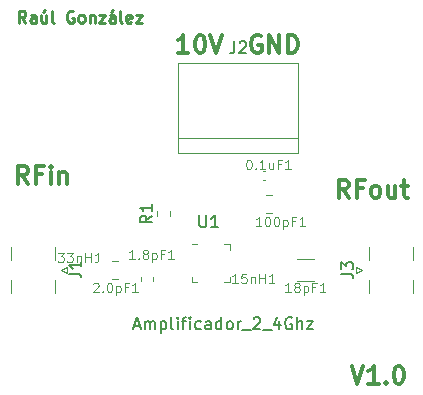
<source format=gto>
%TF.GenerationSoftware,KiCad,Pcbnew,(5.1.9)-1*%
%TF.CreationDate,2021-06-07T18:16:05+02:00*%
%TF.ProjectId,AmplificadorV1,416d706c-6966-4696-9361-646f7256312e,rev?*%
%TF.SameCoordinates,Original*%
%TF.FileFunction,Legend,Top*%
%TF.FilePolarity,Positive*%
%FSLAX46Y46*%
G04 Gerber Fmt 4.6, Leading zero omitted, Abs format (unit mm)*
G04 Created by KiCad (PCBNEW (5.1.9)-1) date 2021-06-07 18:16:05*
%MOMM*%
%LPD*%
G01*
G04 APERTURE LIST*
%ADD10C,0.300000*%
%ADD11C,0.250000*%
%ADD12C,0.120000*%
%ADD13C,0.150000*%
%ADD14C,0.125000*%
%ADD15R,3.600000X1.270000*%
%ADD16R,4.200000X1.350000*%
%ADD17C,3.200000*%
%ADD18R,1.750000X1.750000*%
%ADD19C,3.000000*%
%ADD20R,3.000000X3.000000*%
G04 APERTURE END LIST*
D10*
X163957142Y-81800000D02*
X163814285Y-81728571D01*
X163600000Y-81728571D01*
X163385714Y-81800000D01*
X163242857Y-81942857D01*
X163171428Y-82085714D01*
X163100000Y-82371428D01*
X163100000Y-82585714D01*
X163171428Y-82871428D01*
X163242857Y-83014285D01*
X163385714Y-83157142D01*
X163600000Y-83228571D01*
X163742857Y-83228571D01*
X163957142Y-83157142D01*
X164028571Y-83085714D01*
X164028571Y-82585714D01*
X163742857Y-82585714D01*
X164671428Y-83228571D02*
X164671428Y-81728571D01*
X165528571Y-83228571D01*
X165528571Y-81728571D01*
X166242857Y-83228571D02*
X166242857Y-81728571D01*
X166600000Y-81728571D01*
X166814285Y-81800000D01*
X166957142Y-81942857D01*
X167028571Y-82085714D01*
X167100000Y-82371428D01*
X167100000Y-82585714D01*
X167028571Y-82871428D01*
X166957142Y-83014285D01*
X166814285Y-83157142D01*
X166600000Y-83228571D01*
X166242857Y-83228571D01*
X157821428Y-83228571D02*
X156964285Y-83228571D01*
X157392857Y-83228571D02*
X157392857Y-81728571D01*
X157250000Y-81942857D01*
X157107142Y-82085714D01*
X156964285Y-82157142D01*
X158750000Y-81728571D02*
X158892857Y-81728571D01*
X159035714Y-81800000D01*
X159107142Y-81871428D01*
X159178571Y-82014285D01*
X159250000Y-82300000D01*
X159250000Y-82657142D01*
X159178571Y-82942857D01*
X159107142Y-83085714D01*
X159035714Y-83157142D01*
X158892857Y-83228571D01*
X158750000Y-83228571D01*
X158607142Y-83157142D01*
X158535714Y-83085714D01*
X158464285Y-82942857D01*
X158392857Y-82657142D01*
X158392857Y-82300000D01*
X158464285Y-82014285D01*
X158535714Y-81871428D01*
X158607142Y-81800000D01*
X158750000Y-81728571D01*
X159678571Y-81728571D02*
X160178571Y-83228571D01*
X160678571Y-81728571D01*
X171633165Y-109744771D02*
X172133165Y-111244771D01*
X172633165Y-109744771D01*
X173918880Y-111244771D02*
X173061737Y-111244771D01*
X173490308Y-111244771D02*
X173490308Y-109744771D01*
X173347451Y-109959057D01*
X173204594Y-110101914D01*
X173061737Y-110173342D01*
X174561737Y-111101914D02*
X174633165Y-111173342D01*
X174561737Y-111244771D01*
X174490308Y-111173342D01*
X174561737Y-111101914D01*
X174561737Y-111244771D01*
X175561737Y-109744771D02*
X175704594Y-109744771D01*
X175847451Y-109816200D01*
X175918880Y-109887628D01*
X175990308Y-110030485D01*
X176061737Y-110316200D01*
X176061737Y-110673342D01*
X175990308Y-110959057D01*
X175918880Y-111101914D01*
X175847451Y-111173342D01*
X175704594Y-111244771D01*
X175561737Y-111244771D01*
X175418880Y-111173342D01*
X175347451Y-111101914D01*
X175276022Y-110959057D01*
X175204594Y-110673342D01*
X175204594Y-110316200D01*
X175276022Y-110030485D01*
X175347451Y-109887628D01*
X175418880Y-109816200D01*
X175561737Y-109744771D01*
D11*
X144020161Y-80670660D02*
X143686828Y-80194470D01*
X143448733Y-80670660D02*
X143448733Y-79670660D01*
X143829685Y-79670660D01*
X143924923Y-79718280D01*
X143972542Y-79765899D01*
X144020161Y-79861137D01*
X144020161Y-80003994D01*
X143972542Y-80099232D01*
X143924923Y-80146851D01*
X143829685Y-80194470D01*
X143448733Y-80194470D01*
X144877304Y-80670660D02*
X144877304Y-80146851D01*
X144829685Y-80051613D01*
X144734447Y-80003994D01*
X144543971Y-80003994D01*
X144448733Y-80051613D01*
X144877304Y-80623041D02*
X144782066Y-80670660D01*
X144543971Y-80670660D01*
X144448733Y-80623041D01*
X144401114Y-80527803D01*
X144401114Y-80432565D01*
X144448733Y-80337327D01*
X144543971Y-80289708D01*
X144782066Y-80289708D01*
X144877304Y-80242089D01*
X145782066Y-80003994D02*
X145782066Y-80670660D01*
X145353495Y-80003994D02*
X145353495Y-80527803D01*
X145401114Y-80623041D01*
X145496352Y-80670660D01*
X145639209Y-80670660D01*
X145734447Y-80623041D01*
X145782066Y-80575422D01*
X145686828Y-79623041D02*
X145543971Y-79765899D01*
X146401114Y-80670660D02*
X146305876Y-80623041D01*
X146258257Y-80527803D01*
X146258257Y-79670660D01*
X148067780Y-79718280D02*
X147972542Y-79670660D01*
X147829685Y-79670660D01*
X147686828Y-79718280D01*
X147591590Y-79813518D01*
X147543971Y-79908756D01*
X147496352Y-80099232D01*
X147496352Y-80242089D01*
X147543971Y-80432565D01*
X147591590Y-80527803D01*
X147686828Y-80623041D01*
X147829685Y-80670660D01*
X147924923Y-80670660D01*
X148067780Y-80623041D01*
X148115400Y-80575422D01*
X148115400Y-80242089D01*
X147924923Y-80242089D01*
X148686828Y-80670660D02*
X148591590Y-80623041D01*
X148543971Y-80575422D01*
X148496352Y-80480184D01*
X148496352Y-80194470D01*
X148543971Y-80099232D01*
X148591590Y-80051613D01*
X148686828Y-80003994D01*
X148829685Y-80003994D01*
X148924923Y-80051613D01*
X148972542Y-80099232D01*
X149020161Y-80194470D01*
X149020161Y-80480184D01*
X148972542Y-80575422D01*
X148924923Y-80623041D01*
X148829685Y-80670660D01*
X148686828Y-80670660D01*
X149448733Y-80003994D02*
X149448733Y-80670660D01*
X149448733Y-80099232D02*
X149496352Y-80051613D01*
X149591590Y-80003994D01*
X149734447Y-80003994D01*
X149829685Y-80051613D01*
X149877304Y-80146851D01*
X149877304Y-80670660D01*
X150258257Y-80003994D02*
X150782066Y-80003994D01*
X150258257Y-80670660D01*
X150782066Y-80670660D01*
X151591590Y-80670660D02*
X151591590Y-80146851D01*
X151543971Y-80051613D01*
X151448733Y-80003994D01*
X151258257Y-80003994D01*
X151163019Y-80051613D01*
X151591590Y-80623041D02*
X151496352Y-80670660D01*
X151258257Y-80670660D01*
X151163019Y-80623041D01*
X151115400Y-80527803D01*
X151115400Y-80432565D01*
X151163019Y-80337327D01*
X151258257Y-80289708D01*
X151496352Y-80289708D01*
X151591590Y-80242089D01*
X151448733Y-79623041D02*
X151305876Y-79765899D01*
X152210638Y-80670660D02*
X152115400Y-80623041D01*
X152067780Y-80527803D01*
X152067780Y-79670660D01*
X152972542Y-80623041D02*
X152877304Y-80670660D01*
X152686828Y-80670660D01*
X152591590Y-80623041D01*
X152543971Y-80527803D01*
X152543971Y-80146851D01*
X152591590Y-80051613D01*
X152686828Y-80003994D01*
X152877304Y-80003994D01*
X152972542Y-80051613D01*
X153020161Y-80146851D01*
X153020161Y-80242089D01*
X152543971Y-80337327D01*
X153353495Y-80003994D02*
X153877304Y-80003994D01*
X153353495Y-80670660D01*
X153877304Y-80670660D01*
D10*
X144256594Y-94292811D02*
X143756594Y-93578525D01*
X143399451Y-94292811D02*
X143399451Y-92792811D01*
X143970880Y-92792811D01*
X144113737Y-92864240D01*
X144185165Y-92935668D01*
X144256594Y-93078525D01*
X144256594Y-93292811D01*
X144185165Y-93435668D01*
X144113737Y-93507097D01*
X143970880Y-93578525D01*
X143399451Y-93578525D01*
X145399451Y-93507097D02*
X144899451Y-93507097D01*
X144899451Y-94292811D02*
X144899451Y-92792811D01*
X145613737Y-92792811D01*
X146185165Y-94292811D02*
X146185165Y-93292811D01*
X146185165Y-92792811D02*
X146113737Y-92864240D01*
X146185165Y-92935668D01*
X146256594Y-92864240D01*
X146185165Y-92792811D01*
X146185165Y-92935668D01*
X146899451Y-93292811D02*
X146899451Y-94292811D01*
X146899451Y-93435668D02*
X146970880Y-93364240D01*
X147113737Y-93292811D01*
X147328022Y-93292811D01*
X147470880Y-93364240D01*
X147542308Y-93507097D01*
X147542308Y-94292811D01*
X171421194Y-95476451D02*
X170921194Y-94762165D01*
X170564051Y-95476451D02*
X170564051Y-93976451D01*
X171135480Y-93976451D01*
X171278337Y-94047880D01*
X171349765Y-94119308D01*
X171421194Y-94262165D01*
X171421194Y-94476451D01*
X171349765Y-94619308D01*
X171278337Y-94690737D01*
X171135480Y-94762165D01*
X170564051Y-94762165D01*
X172564051Y-94690737D02*
X172064051Y-94690737D01*
X172064051Y-95476451D02*
X172064051Y-93976451D01*
X172778337Y-93976451D01*
X173564051Y-95476451D02*
X173421194Y-95405022D01*
X173349765Y-95333594D01*
X173278337Y-95190737D01*
X173278337Y-94762165D01*
X173349765Y-94619308D01*
X173421194Y-94547880D01*
X173564051Y-94476451D01*
X173778337Y-94476451D01*
X173921194Y-94547880D01*
X173992622Y-94619308D01*
X174064051Y-94762165D01*
X174064051Y-95190737D01*
X173992622Y-95333594D01*
X173921194Y-95405022D01*
X173778337Y-95476451D01*
X173564051Y-95476451D01*
X175349765Y-94476451D02*
X175349765Y-95476451D01*
X174706908Y-94476451D02*
X174706908Y-95262165D01*
X174778337Y-95405022D01*
X174921194Y-95476451D01*
X175135480Y-95476451D01*
X175278337Y-95405022D01*
X175349765Y-95333594D01*
X175849765Y-94476451D02*
X176421194Y-94476451D01*
X176064051Y-93976451D02*
X176064051Y-95262165D01*
X176135480Y-95405022D01*
X176278337Y-95476451D01*
X176421194Y-95476451D01*
D12*
%TO.C,J3*%
X172046000Y-101850000D02*
X172546000Y-101600000D01*
X172046000Y-101350000D02*
X172046000Y-101850000D01*
X172546000Y-101600000D02*
X172046000Y-101350000D01*
X176806000Y-103550000D02*
X176806000Y-102440000D01*
X176806000Y-100760000D02*
X176806000Y-99650000D01*
X173096000Y-103550000D02*
X173096000Y-102440000D01*
X173096000Y-100760000D02*
X173096000Y-99650000D01*
%TO.C,J1*%
X147540000Y-101350000D02*
X147040000Y-101600000D01*
X147540000Y-101850000D02*
X147540000Y-101350000D01*
X147040000Y-101600000D02*
X147540000Y-101850000D01*
X142780000Y-99650000D02*
X142780000Y-100760000D01*
X142780000Y-102440000D02*
X142780000Y-103550000D01*
X146490000Y-99650000D02*
X146490000Y-100760000D01*
X146490000Y-102440000D02*
X146490000Y-103550000D01*
%TO.C,U1*%
X160825000Y-99420500D02*
X161300000Y-99420500D01*
X161300000Y-99420500D02*
X161300000Y-99895500D01*
X158555000Y-102640500D02*
X158080000Y-102640500D01*
X158080000Y-102640500D02*
X158080000Y-102165500D01*
X160825000Y-102640500D02*
X161300000Y-102640500D01*
X161300000Y-102640500D02*
X161300000Y-102165500D01*
X158555000Y-99420500D02*
X158080000Y-99420500D01*
%TO.C,R1*%
X155179500Y-97074258D02*
X155179500Y-96599742D01*
X156224500Y-97074258D02*
X156224500Y-96599742D01*
%TO.C,J2*%
X167132000Y-90424000D02*
X156972000Y-90424000D01*
X167132000Y-91694000D02*
X167132000Y-84074000D01*
X167132000Y-84074000D02*
X156972000Y-84074000D01*
X156972000Y-84074000D02*
X156972000Y-91694000D01*
X156972000Y-91694000D02*
X167132000Y-91694000D01*
%TO.C,2.0pF1*%
X151833252Y-102335000D02*
X151310748Y-102335000D01*
X151833252Y-100865000D02*
X151310748Y-100865000D01*
%TO.C,18pF1*%
X168429252Y-102510000D02*
X167006748Y-102510000D01*
X168429252Y-100690000D02*
X167006748Y-100690000D01*
%TO.C,100pF1*%
X164914252Y-96747000D02*
X164391748Y-96747000D01*
X164914252Y-95277000D02*
X164391748Y-95277000D01*
%TO.C,1.8pF1*%
X154815000Y-102234420D02*
X154815000Y-102515580D01*
X153795000Y-102234420D02*
X153795000Y-102515580D01*
%TO.C,0.1uF1*%
X164318836Y-93959000D02*
X164103164Y-93959000D01*
X164318836Y-93239000D02*
X164103164Y-93239000D01*
%TO.C,J3*%
D13*
X170758380Y-101933333D02*
X171472666Y-101933333D01*
X171615523Y-101980952D01*
X171710761Y-102076190D01*
X171758380Y-102219047D01*
X171758380Y-102314285D01*
X170758380Y-101552380D02*
X170758380Y-100933333D01*
X171139333Y-101266666D01*
X171139333Y-101123809D01*
X171186952Y-101028571D01*
X171234571Y-100980952D01*
X171329809Y-100933333D01*
X171567904Y-100933333D01*
X171663142Y-100980952D01*
X171710761Y-101028571D01*
X171758380Y-101123809D01*
X171758380Y-101409523D01*
X171710761Y-101504761D01*
X171663142Y-101552380D01*
%TO.C,J1*%
X147732380Y-101933333D02*
X148446666Y-101933333D01*
X148589523Y-101980952D01*
X148684761Y-102076190D01*
X148732380Y-102219047D01*
X148732380Y-102314285D01*
X148732380Y-100933333D02*
X148732380Y-101504761D01*
X148732380Y-101219047D02*
X147732380Y-101219047D01*
X147875238Y-101314285D01*
X147970476Y-101409523D01*
X148018095Y-101504761D01*
%TO.C, *%
%TO.C,U1*%
X158750095Y-96988380D02*
X158750095Y-97797904D01*
X158797714Y-97893142D01*
X158845333Y-97940761D01*
X158940571Y-97988380D01*
X159131047Y-97988380D01*
X159226285Y-97940761D01*
X159273904Y-97893142D01*
X159321523Y-97797904D01*
X159321523Y-96988380D01*
X160321523Y-97988380D02*
X159750095Y-97988380D01*
X160035809Y-97988380D02*
X160035809Y-96988380D01*
X159940571Y-97131238D01*
X159845333Y-97226476D01*
X159750095Y-97274095D01*
X153234380Y-106338666D02*
X153710571Y-106338666D01*
X153139142Y-106624380D02*
X153472476Y-105624380D01*
X153805809Y-106624380D01*
X154139142Y-106624380D02*
X154139142Y-105957714D01*
X154139142Y-106052952D02*
X154186761Y-106005333D01*
X154282000Y-105957714D01*
X154424857Y-105957714D01*
X154520095Y-106005333D01*
X154567714Y-106100571D01*
X154567714Y-106624380D01*
X154567714Y-106100571D02*
X154615333Y-106005333D01*
X154710571Y-105957714D01*
X154853428Y-105957714D01*
X154948666Y-106005333D01*
X154996285Y-106100571D01*
X154996285Y-106624380D01*
X155472476Y-105957714D02*
X155472476Y-106957714D01*
X155472476Y-106005333D02*
X155567714Y-105957714D01*
X155758190Y-105957714D01*
X155853428Y-106005333D01*
X155901047Y-106052952D01*
X155948666Y-106148190D01*
X155948666Y-106433904D01*
X155901047Y-106529142D01*
X155853428Y-106576761D01*
X155758190Y-106624380D01*
X155567714Y-106624380D01*
X155472476Y-106576761D01*
X156520095Y-106624380D02*
X156424857Y-106576761D01*
X156377238Y-106481523D01*
X156377238Y-105624380D01*
X156901047Y-106624380D02*
X156901047Y-105957714D01*
X156901047Y-105624380D02*
X156853428Y-105672000D01*
X156901047Y-105719619D01*
X156948666Y-105672000D01*
X156901047Y-105624380D01*
X156901047Y-105719619D01*
X157234380Y-105957714D02*
X157615333Y-105957714D01*
X157377238Y-106624380D02*
X157377238Y-105767238D01*
X157424857Y-105672000D01*
X157520095Y-105624380D01*
X157615333Y-105624380D01*
X157948666Y-106624380D02*
X157948666Y-105957714D01*
X157948666Y-105624380D02*
X157901047Y-105672000D01*
X157948666Y-105719619D01*
X157996285Y-105672000D01*
X157948666Y-105624380D01*
X157948666Y-105719619D01*
X158853428Y-106576761D02*
X158758190Y-106624380D01*
X158567714Y-106624380D01*
X158472476Y-106576761D01*
X158424857Y-106529142D01*
X158377238Y-106433904D01*
X158377238Y-106148190D01*
X158424857Y-106052952D01*
X158472476Y-106005333D01*
X158567714Y-105957714D01*
X158758190Y-105957714D01*
X158853428Y-106005333D01*
X159710571Y-106624380D02*
X159710571Y-106100571D01*
X159662952Y-106005333D01*
X159567714Y-105957714D01*
X159377238Y-105957714D01*
X159282000Y-106005333D01*
X159710571Y-106576761D02*
X159615333Y-106624380D01*
X159377238Y-106624380D01*
X159282000Y-106576761D01*
X159234380Y-106481523D01*
X159234380Y-106386285D01*
X159282000Y-106291047D01*
X159377238Y-106243428D01*
X159615333Y-106243428D01*
X159710571Y-106195809D01*
X160615333Y-106624380D02*
X160615333Y-105624380D01*
X160615333Y-106576761D02*
X160520095Y-106624380D01*
X160329619Y-106624380D01*
X160234380Y-106576761D01*
X160186761Y-106529142D01*
X160139142Y-106433904D01*
X160139142Y-106148190D01*
X160186761Y-106052952D01*
X160234380Y-106005333D01*
X160329619Y-105957714D01*
X160520095Y-105957714D01*
X160615333Y-106005333D01*
X161234380Y-106624380D02*
X161139142Y-106576761D01*
X161091523Y-106529142D01*
X161043904Y-106433904D01*
X161043904Y-106148190D01*
X161091523Y-106052952D01*
X161139142Y-106005333D01*
X161234380Y-105957714D01*
X161377238Y-105957714D01*
X161472476Y-106005333D01*
X161520095Y-106052952D01*
X161567714Y-106148190D01*
X161567714Y-106433904D01*
X161520095Y-106529142D01*
X161472476Y-106576761D01*
X161377238Y-106624380D01*
X161234380Y-106624380D01*
X161996285Y-106624380D02*
X161996285Y-105957714D01*
X161996285Y-106148190D02*
X162043904Y-106052952D01*
X162091523Y-106005333D01*
X162186761Y-105957714D01*
X162282000Y-105957714D01*
X162377238Y-106719619D02*
X163139142Y-106719619D01*
X163329619Y-105719619D02*
X163377238Y-105672000D01*
X163472476Y-105624380D01*
X163710571Y-105624380D01*
X163805809Y-105672000D01*
X163853428Y-105719619D01*
X163901047Y-105814857D01*
X163901047Y-105910095D01*
X163853428Y-106052952D01*
X163282000Y-106624380D01*
X163901047Y-106624380D01*
X164091523Y-106719619D02*
X164853428Y-106719619D01*
X165520095Y-105957714D02*
X165520095Y-106624380D01*
X165282000Y-105576761D02*
X165043904Y-106291047D01*
X165662952Y-106291047D01*
X166567714Y-105672000D02*
X166472476Y-105624380D01*
X166329619Y-105624380D01*
X166186761Y-105672000D01*
X166091523Y-105767238D01*
X166043904Y-105862476D01*
X165996285Y-106052952D01*
X165996285Y-106195809D01*
X166043904Y-106386285D01*
X166091523Y-106481523D01*
X166186761Y-106576761D01*
X166329619Y-106624380D01*
X166424857Y-106624380D01*
X166567714Y-106576761D01*
X166615333Y-106529142D01*
X166615333Y-106195809D01*
X166424857Y-106195809D01*
X167043904Y-106624380D02*
X167043904Y-105624380D01*
X167472476Y-106624380D02*
X167472476Y-106100571D01*
X167424857Y-106005333D01*
X167329619Y-105957714D01*
X167186761Y-105957714D01*
X167091523Y-106005333D01*
X167043904Y-106052952D01*
X167853428Y-105957714D02*
X168377238Y-105957714D01*
X167853428Y-106624380D01*
X168377238Y-106624380D01*
%TO.C,R1*%
X154724380Y-97003666D02*
X154248190Y-97337000D01*
X154724380Y-97575095D02*
X153724380Y-97575095D01*
X153724380Y-97194142D01*
X153772000Y-97098904D01*
X153819619Y-97051285D01*
X153914857Y-97003666D01*
X154057714Y-97003666D01*
X154152952Y-97051285D01*
X154200571Y-97098904D01*
X154248190Y-97194142D01*
X154248190Y-97575095D01*
X154724380Y-96051285D02*
X154724380Y-96622714D01*
X154724380Y-96337000D02*
X153724380Y-96337000D01*
X153867238Y-96432238D01*
X153962476Y-96527476D01*
X154010095Y-96622714D01*
%TO.C,J2*%
X161718666Y-82256380D02*
X161718666Y-82970666D01*
X161671047Y-83113523D01*
X161575809Y-83208761D01*
X161432952Y-83256380D01*
X161337714Y-83256380D01*
X162147238Y-82351619D02*
X162194857Y-82304000D01*
X162290095Y-82256380D01*
X162528190Y-82256380D01*
X162623428Y-82304000D01*
X162671047Y-82351619D01*
X162718666Y-82446857D01*
X162718666Y-82542095D01*
X162671047Y-82684952D01*
X162099619Y-83256380D01*
X162718666Y-83256380D01*
%TO.C,33nH1*%
D14*
X146780476Y-100145904D02*
X147275714Y-100145904D01*
X147009047Y-100450666D01*
X147123333Y-100450666D01*
X147199523Y-100488761D01*
X147237619Y-100526857D01*
X147275714Y-100603047D01*
X147275714Y-100793523D01*
X147237619Y-100869714D01*
X147199523Y-100907809D01*
X147123333Y-100945904D01*
X146894761Y-100945904D01*
X146818571Y-100907809D01*
X146780476Y-100869714D01*
X147542380Y-100145904D02*
X148037619Y-100145904D01*
X147770952Y-100450666D01*
X147885238Y-100450666D01*
X147961428Y-100488761D01*
X147999523Y-100526857D01*
X148037619Y-100603047D01*
X148037619Y-100793523D01*
X147999523Y-100869714D01*
X147961428Y-100907809D01*
X147885238Y-100945904D01*
X147656666Y-100945904D01*
X147580476Y-100907809D01*
X147542380Y-100869714D01*
X148380476Y-100412571D02*
X148380476Y-100945904D01*
X148380476Y-100488761D02*
X148418571Y-100450666D01*
X148494761Y-100412571D01*
X148609047Y-100412571D01*
X148685238Y-100450666D01*
X148723333Y-100526857D01*
X148723333Y-100945904D01*
X149104285Y-100945904D02*
X149104285Y-100145904D01*
X149104285Y-100526857D02*
X149561428Y-100526857D01*
X149561428Y-100945904D02*
X149561428Y-100145904D01*
X150361428Y-100945904D02*
X149904285Y-100945904D01*
X150132857Y-100945904D02*
X150132857Y-100145904D01*
X150056666Y-100260190D01*
X149980476Y-100336380D01*
X149904285Y-100374476D01*
%TO.C,2.0pF1*%
X149752285Y-102762095D02*
X149790380Y-102724000D01*
X149866571Y-102685904D01*
X150057047Y-102685904D01*
X150133238Y-102724000D01*
X150171333Y-102762095D01*
X150209428Y-102838285D01*
X150209428Y-102914476D01*
X150171333Y-103028761D01*
X149714190Y-103485904D01*
X150209428Y-103485904D01*
X150552285Y-103409714D02*
X150590380Y-103447809D01*
X150552285Y-103485904D01*
X150514190Y-103447809D01*
X150552285Y-103409714D01*
X150552285Y-103485904D01*
X151085619Y-102685904D02*
X151161809Y-102685904D01*
X151238000Y-102724000D01*
X151276095Y-102762095D01*
X151314190Y-102838285D01*
X151352285Y-102990666D01*
X151352285Y-103181142D01*
X151314190Y-103333523D01*
X151276095Y-103409714D01*
X151238000Y-103447809D01*
X151161809Y-103485904D01*
X151085619Y-103485904D01*
X151009428Y-103447809D01*
X150971333Y-103409714D01*
X150933238Y-103333523D01*
X150895142Y-103181142D01*
X150895142Y-102990666D01*
X150933238Y-102838285D01*
X150971333Y-102762095D01*
X151009428Y-102724000D01*
X151085619Y-102685904D01*
X151695142Y-102952571D02*
X151695142Y-103752571D01*
X151695142Y-102990666D02*
X151771333Y-102952571D01*
X151923714Y-102952571D01*
X151999904Y-102990666D01*
X152038000Y-103028761D01*
X152076095Y-103104952D01*
X152076095Y-103333523D01*
X152038000Y-103409714D01*
X151999904Y-103447809D01*
X151923714Y-103485904D01*
X151771333Y-103485904D01*
X151695142Y-103447809D01*
X152685619Y-103066857D02*
X152418952Y-103066857D01*
X152418952Y-103485904D02*
X152418952Y-102685904D01*
X152799904Y-102685904D01*
X153523714Y-103485904D02*
X153066571Y-103485904D01*
X153295142Y-103485904D02*
X153295142Y-102685904D01*
X153218952Y-102800190D01*
X153142761Y-102876380D01*
X153066571Y-102914476D01*
%TO.C,18pF1*%
X166479904Y-103485904D02*
X166022761Y-103485904D01*
X166251333Y-103485904D02*
X166251333Y-102685904D01*
X166175142Y-102800190D01*
X166098952Y-102876380D01*
X166022761Y-102914476D01*
X166937047Y-103028761D02*
X166860857Y-102990666D01*
X166822761Y-102952571D01*
X166784666Y-102876380D01*
X166784666Y-102838285D01*
X166822761Y-102762095D01*
X166860857Y-102724000D01*
X166937047Y-102685904D01*
X167089428Y-102685904D01*
X167165619Y-102724000D01*
X167203714Y-102762095D01*
X167241809Y-102838285D01*
X167241809Y-102876380D01*
X167203714Y-102952571D01*
X167165619Y-102990666D01*
X167089428Y-103028761D01*
X166937047Y-103028761D01*
X166860857Y-103066857D01*
X166822761Y-103104952D01*
X166784666Y-103181142D01*
X166784666Y-103333523D01*
X166822761Y-103409714D01*
X166860857Y-103447809D01*
X166937047Y-103485904D01*
X167089428Y-103485904D01*
X167165619Y-103447809D01*
X167203714Y-103409714D01*
X167241809Y-103333523D01*
X167241809Y-103181142D01*
X167203714Y-103104952D01*
X167165619Y-103066857D01*
X167089428Y-103028761D01*
X167584666Y-102952571D02*
X167584666Y-103752571D01*
X167584666Y-102990666D02*
X167660857Y-102952571D01*
X167813238Y-102952571D01*
X167889428Y-102990666D01*
X167927523Y-103028761D01*
X167965619Y-103104952D01*
X167965619Y-103333523D01*
X167927523Y-103409714D01*
X167889428Y-103447809D01*
X167813238Y-103485904D01*
X167660857Y-103485904D01*
X167584666Y-103447809D01*
X168575142Y-103066857D02*
X168308476Y-103066857D01*
X168308476Y-103485904D02*
X168308476Y-102685904D01*
X168689428Y-102685904D01*
X169413238Y-103485904D02*
X168956095Y-103485904D01*
X169184666Y-103485904D02*
X169184666Y-102685904D01*
X169108476Y-102800190D01*
X169032285Y-102876380D01*
X168956095Y-102914476D01*
%TO.C,15nH1*%
X162007714Y-102723904D02*
X161550571Y-102723904D01*
X161779142Y-102723904D02*
X161779142Y-101923904D01*
X161702952Y-102038190D01*
X161626761Y-102114380D01*
X161550571Y-102152476D01*
X162731523Y-101923904D02*
X162350571Y-101923904D01*
X162312476Y-102304857D01*
X162350571Y-102266761D01*
X162426761Y-102228666D01*
X162617238Y-102228666D01*
X162693428Y-102266761D01*
X162731523Y-102304857D01*
X162769619Y-102381047D01*
X162769619Y-102571523D01*
X162731523Y-102647714D01*
X162693428Y-102685809D01*
X162617238Y-102723904D01*
X162426761Y-102723904D01*
X162350571Y-102685809D01*
X162312476Y-102647714D01*
X163112476Y-102190571D02*
X163112476Y-102723904D01*
X163112476Y-102266761D02*
X163150571Y-102228666D01*
X163226761Y-102190571D01*
X163341047Y-102190571D01*
X163417238Y-102228666D01*
X163455333Y-102304857D01*
X163455333Y-102723904D01*
X163836285Y-102723904D02*
X163836285Y-101923904D01*
X163836285Y-102304857D02*
X164293428Y-102304857D01*
X164293428Y-102723904D02*
X164293428Y-101923904D01*
X165093428Y-102723904D02*
X164636285Y-102723904D01*
X164864857Y-102723904D02*
X164864857Y-101923904D01*
X164788666Y-102038190D01*
X164712476Y-102114380D01*
X164636285Y-102152476D01*
%TO.C,100pF1*%
X163988952Y-97897904D02*
X163531809Y-97897904D01*
X163760380Y-97897904D02*
X163760380Y-97097904D01*
X163684190Y-97212190D01*
X163608000Y-97288380D01*
X163531809Y-97326476D01*
X164484190Y-97097904D02*
X164560380Y-97097904D01*
X164636571Y-97136000D01*
X164674666Y-97174095D01*
X164712761Y-97250285D01*
X164750857Y-97402666D01*
X164750857Y-97593142D01*
X164712761Y-97745523D01*
X164674666Y-97821714D01*
X164636571Y-97859809D01*
X164560380Y-97897904D01*
X164484190Y-97897904D01*
X164408000Y-97859809D01*
X164369904Y-97821714D01*
X164331809Y-97745523D01*
X164293714Y-97593142D01*
X164293714Y-97402666D01*
X164331809Y-97250285D01*
X164369904Y-97174095D01*
X164408000Y-97136000D01*
X164484190Y-97097904D01*
X165246095Y-97097904D02*
X165322285Y-97097904D01*
X165398476Y-97136000D01*
X165436571Y-97174095D01*
X165474666Y-97250285D01*
X165512761Y-97402666D01*
X165512761Y-97593142D01*
X165474666Y-97745523D01*
X165436571Y-97821714D01*
X165398476Y-97859809D01*
X165322285Y-97897904D01*
X165246095Y-97897904D01*
X165169904Y-97859809D01*
X165131809Y-97821714D01*
X165093714Y-97745523D01*
X165055619Y-97593142D01*
X165055619Y-97402666D01*
X165093714Y-97250285D01*
X165131809Y-97174095D01*
X165169904Y-97136000D01*
X165246095Y-97097904D01*
X165855619Y-97364571D02*
X165855619Y-98164571D01*
X165855619Y-97402666D02*
X165931809Y-97364571D01*
X166084190Y-97364571D01*
X166160380Y-97402666D01*
X166198476Y-97440761D01*
X166236571Y-97516952D01*
X166236571Y-97745523D01*
X166198476Y-97821714D01*
X166160380Y-97859809D01*
X166084190Y-97897904D01*
X165931809Y-97897904D01*
X165855619Y-97859809D01*
X166846095Y-97478857D02*
X166579428Y-97478857D01*
X166579428Y-97897904D02*
X166579428Y-97097904D01*
X166960380Y-97097904D01*
X167684190Y-97897904D02*
X167227047Y-97897904D01*
X167455619Y-97897904D02*
X167455619Y-97097904D01*
X167379428Y-97212190D01*
X167303238Y-97288380D01*
X167227047Y-97326476D01*
%TO.C,1.8pF1*%
X153257428Y-100691904D02*
X152800285Y-100691904D01*
X153028857Y-100691904D02*
X153028857Y-99891904D01*
X152952666Y-100006190D01*
X152876476Y-100082380D01*
X152800285Y-100120476D01*
X153600285Y-100615714D02*
X153638380Y-100653809D01*
X153600285Y-100691904D01*
X153562190Y-100653809D01*
X153600285Y-100615714D01*
X153600285Y-100691904D01*
X154095523Y-100234761D02*
X154019333Y-100196666D01*
X153981238Y-100158571D01*
X153943142Y-100082380D01*
X153943142Y-100044285D01*
X153981238Y-99968095D01*
X154019333Y-99930000D01*
X154095523Y-99891904D01*
X154247904Y-99891904D01*
X154324095Y-99930000D01*
X154362190Y-99968095D01*
X154400285Y-100044285D01*
X154400285Y-100082380D01*
X154362190Y-100158571D01*
X154324095Y-100196666D01*
X154247904Y-100234761D01*
X154095523Y-100234761D01*
X154019333Y-100272857D01*
X153981238Y-100310952D01*
X153943142Y-100387142D01*
X153943142Y-100539523D01*
X153981238Y-100615714D01*
X154019333Y-100653809D01*
X154095523Y-100691904D01*
X154247904Y-100691904D01*
X154324095Y-100653809D01*
X154362190Y-100615714D01*
X154400285Y-100539523D01*
X154400285Y-100387142D01*
X154362190Y-100310952D01*
X154324095Y-100272857D01*
X154247904Y-100234761D01*
X154743142Y-100158571D02*
X154743142Y-100958571D01*
X154743142Y-100196666D02*
X154819333Y-100158571D01*
X154971714Y-100158571D01*
X155047904Y-100196666D01*
X155086000Y-100234761D01*
X155124095Y-100310952D01*
X155124095Y-100539523D01*
X155086000Y-100615714D01*
X155047904Y-100653809D01*
X154971714Y-100691904D01*
X154819333Y-100691904D01*
X154743142Y-100653809D01*
X155733619Y-100272857D02*
X155466952Y-100272857D01*
X155466952Y-100691904D02*
X155466952Y-99891904D01*
X155847904Y-99891904D01*
X156571714Y-100691904D02*
X156114571Y-100691904D01*
X156343142Y-100691904D02*
X156343142Y-99891904D01*
X156266952Y-100006190D01*
X156190761Y-100082380D01*
X156114571Y-100120476D01*
%TO.C,0.1uF1*%
X162896761Y-92271904D02*
X162972952Y-92271904D01*
X163049142Y-92310000D01*
X163087238Y-92348095D01*
X163125333Y-92424285D01*
X163163428Y-92576666D01*
X163163428Y-92767142D01*
X163125333Y-92919523D01*
X163087238Y-92995714D01*
X163049142Y-93033809D01*
X162972952Y-93071904D01*
X162896761Y-93071904D01*
X162820571Y-93033809D01*
X162782476Y-92995714D01*
X162744380Y-92919523D01*
X162706285Y-92767142D01*
X162706285Y-92576666D01*
X162744380Y-92424285D01*
X162782476Y-92348095D01*
X162820571Y-92310000D01*
X162896761Y-92271904D01*
X163506285Y-92995714D02*
X163544380Y-93033809D01*
X163506285Y-93071904D01*
X163468190Y-93033809D01*
X163506285Y-92995714D01*
X163506285Y-93071904D01*
X164306285Y-93071904D02*
X163849142Y-93071904D01*
X164077714Y-93071904D02*
X164077714Y-92271904D01*
X164001523Y-92386190D01*
X163925333Y-92462380D01*
X163849142Y-92500476D01*
X164992000Y-92538571D02*
X164992000Y-93071904D01*
X164649142Y-92538571D02*
X164649142Y-92957619D01*
X164687238Y-93033809D01*
X164763428Y-93071904D01*
X164877714Y-93071904D01*
X164953904Y-93033809D01*
X164992000Y-92995714D01*
X165639619Y-92652857D02*
X165372952Y-92652857D01*
X165372952Y-93071904D02*
X165372952Y-92271904D01*
X165753904Y-92271904D01*
X166477714Y-93071904D02*
X166020571Y-93071904D01*
X166249142Y-93071904D02*
X166249142Y-92271904D01*
X166172952Y-92386190D01*
X166096761Y-92462380D01*
X166020571Y-92500476D01*
%TD*%
%LPC*%
D15*
%TO.C,J3*%
X175006000Y-101600000D03*
D16*
X174806000Y-98775000D03*
X174806000Y-104425000D03*
%TD*%
D15*
%TO.C,J1*%
X144580000Y-101600000D03*
D16*
X144780000Y-104425000D03*
X144780000Y-98775000D03*
%TD*%
D17*
%TO.C, *%
X160020000Y-109220000D03*
%TD*%
%TO.C, *%
X144526000Y-85598000D03*
%TD*%
%TO.C, *%
X175260000Y-85852000D03*
%TD*%
D18*
%TO.C,U1*%
X159690000Y-101030500D03*
G36*
G01*
X158815000Y-99893000D02*
X158815000Y-99243000D01*
G75*
G02*
X158877500Y-99180500I62500J0D01*
G01*
X159002500Y-99180500D01*
G75*
G02*
X159065000Y-99243000I0J-62500D01*
G01*
X159065000Y-99893000D01*
G75*
G02*
X159002500Y-99955500I-62500J0D01*
G01*
X158877500Y-99955500D01*
G75*
G02*
X158815000Y-99893000I0J62500D01*
G01*
G37*
G36*
G01*
X159315000Y-99893000D02*
X159315000Y-99243000D01*
G75*
G02*
X159377500Y-99180500I62500J0D01*
G01*
X159502500Y-99180500D01*
G75*
G02*
X159565000Y-99243000I0J-62500D01*
G01*
X159565000Y-99893000D01*
G75*
G02*
X159502500Y-99955500I-62500J0D01*
G01*
X159377500Y-99955500D01*
G75*
G02*
X159315000Y-99893000I0J62500D01*
G01*
G37*
G36*
G01*
X159815000Y-99893000D02*
X159815000Y-99243000D01*
G75*
G02*
X159877500Y-99180500I62500J0D01*
G01*
X160002500Y-99180500D01*
G75*
G02*
X160065000Y-99243000I0J-62500D01*
G01*
X160065000Y-99893000D01*
G75*
G02*
X160002500Y-99955500I-62500J0D01*
G01*
X159877500Y-99955500D01*
G75*
G02*
X159815000Y-99893000I0J62500D01*
G01*
G37*
G36*
G01*
X160315000Y-99893000D02*
X160315000Y-99243000D01*
G75*
G02*
X160377500Y-99180500I62500J0D01*
G01*
X160502500Y-99180500D01*
G75*
G02*
X160565000Y-99243000I0J-62500D01*
G01*
X160565000Y-99893000D01*
G75*
G02*
X160502500Y-99955500I-62500J0D01*
G01*
X160377500Y-99955500D01*
G75*
G02*
X160315000Y-99893000I0J62500D01*
G01*
G37*
G36*
G01*
X160765000Y-100343000D02*
X160765000Y-100218000D01*
G75*
G02*
X160827500Y-100155500I62500J0D01*
G01*
X161477500Y-100155500D01*
G75*
G02*
X161540000Y-100218000I0J-62500D01*
G01*
X161540000Y-100343000D01*
G75*
G02*
X161477500Y-100405500I-62500J0D01*
G01*
X160827500Y-100405500D01*
G75*
G02*
X160765000Y-100343000I0J62500D01*
G01*
G37*
G36*
G01*
X160765000Y-100843000D02*
X160765000Y-100718000D01*
G75*
G02*
X160827500Y-100655500I62500J0D01*
G01*
X161477500Y-100655500D01*
G75*
G02*
X161540000Y-100718000I0J-62500D01*
G01*
X161540000Y-100843000D01*
G75*
G02*
X161477500Y-100905500I-62500J0D01*
G01*
X160827500Y-100905500D01*
G75*
G02*
X160765000Y-100843000I0J62500D01*
G01*
G37*
G36*
G01*
X160765000Y-101343000D02*
X160765000Y-101218000D01*
G75*
G02*
X160827500Y-101155500I62500J0D01*
G01*
X161477500Y-101155500D01*
G75*
G02*
X161540000Y-101218000I0J-62500D01*
G01*
X161540000Y-101343000D01*
G75*
G02*
X161477500Y-101405500I-62500J0D01*
G01*
X160827500Y-101405500D01*
G75*
G02*
X160765000Y-101343000I0J62500D01*
G01*
G37*
G36*
G01*
X160765000Y-101843000D02*
X160765000Y-101718000D01*
G75*
G02*
X160827500Y-101655500I62500J0D01*
G01*
X161477500Y-101655500D01*
G75*
G02*
X161540000Y-101718000I0J-62500D01*
G01*
X161540000Y-101843000D01*
G75*
G02*
X161477500Y-101905500I-62500J0D01*
G01*
X160827500Y-101905500D01*
G75*
G02*
X160765000Y-101843000I0J62500D01*
G01*
G37*
G36*
G01*
X160315000Y-102818000D02*
X160315000Y-102168000D01*
G75*
G02*
X160377500Y-102105500I62500J0D01*
G01*
X160502500Y-102105500D01*
G75*
G02*
X160565000Y-102168000I0J-62500D01*
G01*
X160565000Y-102818000D01*
G75*
G02*
X160502500Y-102880500I-62500J0D01*
G01*
X160377500Y-102880500D01*
G75*
G02*
X160315000Y-102818000I0J62500D01*
G01*
G37*
G36*
G01*
X159815000Y-102818000D02*
X159815000Y-102168000D01*
G75*
G02*
X159877500Y-102105500I62500J0D01*
G01*
X160002500Y-102105500D01*
G75*
G02*
X160065000Y-102168000I0J-62500D01*
G01*
X160065000Y-102818000D01*
G75*
G02*
X160002500Y-102880500I-62500J0D01*
G01*
X159877500Y-102880500D01*
G75*
G02*
X159815000Y-102818000I0J62500D01*
G01*
G37*
G36*
G01*
X159315000Y-102818000D02*
X159315000Y-102168000D01*
G75*
G02*
X159377500Y-102105500I62500J0D01*
G01*
X159502500Y-102105500D01*
G75*
G02*
X159565000Y-102168000I0J-62500D01*
G01*
X159565000Y-102818000D01*
G75*
G02*
X159502500Y-102880500I-62500J0D01*
G01*
X159377500Y-102880500D01*
G75*
G02*
X159315000Y-102818000I0J62500D01*
G01*
G37*
G36*
G01*
X158815000Y-102818000D02*
X158815000Y-102168000D01*
G75*
G02*
X158877500Y-102105500I62500J0D01*
G01*
X159002500Y-102105500D01*
G75*
G02*
X159065000Y-102168000I0J-62500D01*
G01*
X159065000Y-102818000D01*
G75*
G02*
X159002500Y-102880500I-62500J0D01*
G01*
X158877500Y-102880500D01*
G75*
G02*
X158815000Y-102818000I0J62500D01*
G01*
G37*
G36*
G01*
X157840000Y-101843000D02*
X157840000Y-101718000D01*
G75*
G02*
X157902500Y-101655500I62500J0D01*
G01*
X158552500Y-101655500D01*
G75*
G02*
X158615000Y-101718000I0J-62500D01*
G01*
X158615000Y-101843000D01*
G75*
G02*
X158552500Y-101905500I-62500J0D01*
G01*
X157902500Y-101905500D01*
G75*
G02*
X157840000Y-101843000I0J62500D01*
G01*
G37*
G36*
G01*
X157840000Y-101343000D02*
X157840000Y-101218000D01*
G75*
G02*
X157902500Y-101155500I62500J0D01*
G01*
X158552500Y-101155500D01*
G75*
G02*
X158615000Y-101218000I0J-62500D01*
G01*
X158615000Y-101343000D01*
G75*
G02*
X158552500Y-101405500I-62500J0D01*
G01*
X157902500Y-101405500D01*
G75*
G02*
X157840000Y-101343000I0J62500D01*
G01*
G37*
G36*
G01*
X157840000Y-100843000D02*
X157840000Y-100718000D01*
G75*
G02*
X157902500Y-100655500I62500J0D01*
G01*
X158552500Y-100655500D01*
G75*
G02*
X158615000Y-100718000I0J-62500D01*
G01*
X158615000Y-100843000D01*
G75*
G02*
X158552500Y-100905500I-62500J0D01*
G01*
X157902500Y-100905500D01*
G75*
G02*
X157840000Y-100843000I0J62500D01*
G01*
G37*
G36*
G01*
X157840000Y-100343000D02*
X157840000Y-100218000D01*
G75*
G02*
X157902500Y-100155500I62500J0D01*
G01*
X158552500Y-100155500D01*
G75*
G02*
X158615000Y-100218000I0J-62500D01*
G01*
X158615000Y-100343000D01*
G75*
G02*
X158552500Y-100405500I-62500J0D01*
G01*
X157902500Y-100405500D01*
G75*
G02*
X157840000Y-100343000I0J62500D01*
G01*
G37*
%TD*%
%TO.C,R1*%
G36*
G01*
X155977000Y-96412000D02*
X155427000Y-96412000D01*
G75*
G02*
X155227000Y-96212000I0J200000D01*
G01*
X155227000Y-95812000D01*
G75*
G02*
X155427000Y-95612000I200000J0D01*
G01*
X155977000Y-95612000D01*
G75*
G02*
X156177000Y-95812000I0J-200000D01*
G01*
X156177000Y-96212000D01*
G75*
G02*
X155977000Y-96412000I-200000J0D01*
G01*
G37*
G36*
G01*
X155977000Y-98062000D02*
X155427000Y-98062000D01*
G75*
G02*
X155227000Y-97862000I0J200000D01*
G01*
X155227000Y-97462000D01*
G75*
G02*
X155427000Y-97262000I200000J0D01*
G01*
X155977000Y-97262000D01*
G75*
G02*
X156177000Y-97462000I0J-200000D01*
G01*
X156177000Y-97862000D01*
G75*
G02*
X155977000Y-98062000I-200000J0D01*
G01*
G37*
%TD*%
D19*
%TO.C,J2*%
X164592000Y-87884000D03*
D20*
X159512000Y-87884000D03*
%TD*%
%TO.C,33nH1*%
G36*
G01*
X148671500Y-102298000D02*
X149016500Y-102298000D01*
G75*
G02*
X149164000Y-102445500I0J-147500D01*
G01*
X149164000Y-102740500D01*
G75*
G02*
X149016500Y-102888000I-147500J0D01*
G01*
X148671500Y-102888000D01*
G75*
G02*
X148524000Y-102740500I0J147500D01*
G01*
X148524000Y-102445500D01*
G75*
G02*
X148671500Y-102298000I147500J0D01*
G01*
G37*
G36*
G01*
X148671500Y-101328000D02*
X149016500Y-101328000D01*
G75*
G02*
X149164000Y-101475500I0J-147500D01*
G01*
X149164000Y-101770500D01*
G75*
G02*
X149016500Y-101918000I-147500J0D01*
G01*
X148671500Y-101918000D01*
G75*
G02*
X148524000Y-101770500I0J147500D01*
G01*
X148524000Y-101475500D01*
G75*
G02*
X148671500Y-101328000I147500J0D01*
G01*
G37*
%TD*%
%TO.C,2.0pF1*%
G36*
G01*
X151122000Y-101125000D02*
X151122000Y-102075000D01*
G75*
G02*
X150872000Y-102325000I-250000J0D01*
G01*
X150372000Y-102325000D01*
G75*
G02*
X150122000Y-102075000I0J250000D01*
G01*
X150122000Y-101125000D01*
G75*
G02*
X150372000Y-100875000I250000J0D01*
G01*
X150872000Y-100875000D01*
G75*
G02*
X151122000Y-101125000I0J-250000D01*
G01*
G37*
G36*
G01*
X153022000Y-101125000D02*
X153022000Y-102075000D01*
G75*
G02*
X152772000Y-102325000I-250000J0D01*
G01*
X152272000Y-102325000D01*
G75*
G02*
X152022000Y-102075000I0J250000D01*
G01*
X152022000Y-101125000D01*
G75*
G02*
X152272000Y-100875000I250000J0D01*
G01*
X152772000Y-100875000D01*
G75*
G02*
X153022000Y-101125000I0J-250000D01*
G01*
G37*
%TD*%
%TO.C,18pF1*%
G36*
G01*
X166818000Y-100949999D02*
X166818000Y-102250001D01*
G75*
G02*
X166568001Y-102500000I-249999J0D01*
G01*
X165917999Y-102500000D01*
G75*
G02*
X165668000Y-102250001I0J249999D01*
G01*
X165668000Y-100949999D01*
G75*
G02*
X165917999Y-100700000I249999J0D01*
G01*
X166568001Y-100700000D01*
G75*
G02*
X166818000Y-100949999I0J-249999D01*
G01*
G37*
G36*
G01*
X169768000Y-100949999D02*
X169768000Y-102250001D01*
G75*
G02*
X169518001Y-102500000I-249999J0D01*
G01*
X168867999Y-102500000D01*
G75*
G02*
X168618000Y-102250001I0J249999D01*
G01*
X168618000Y-100949999D01*
G75*
G02*
X168867999Y-100700000I249999J0D01*
G01*
X169518001Y-100700000D01*
G75*
G02*
X169768000Y-100949999I0J-249999D01*
G01*
G37*
%TD*%
%TO.C,15nH1*%
G36*
G01*
X164129500Y-100925000D02*
X163784500Y-100925000D01*
G75*
G02*
X163637000Y-100777500I0J147500D01*
G01*
X163637000Y-100482500D01*
G75*
G02*
X163784500Y-100335000I147500J0D01*
G01*
X164129500Y-100335000D01*
G75*
G02*
X164277000Y-100482500I0J-147500D01*
G01*
X164277000Y-100777500D01*
G75*
G02*
X164129500Y-100925000I-147500J0D01*
G01*
G37*
G36*
G01*
X164129500Y-101895000D02*
X163784500Y-101895000D01*
G75*
G02*
X163637000Y-101747500I0J147500D01*
G01*
X163637000Y-101452500D01*
G75*
G02*
X163784500Y-101305000I147500J0D01*
G01*
X164129500Y-101305000D01*
G75*
G02*
X164277000Y-101452500I0J-147500D01*
G01*
X164277000Y-101747500D01*
G75*
G02*
X164129500Y-101895000I-147500J0D01*
G01*
G37*
%TD*%
%TO.C,100pF1*%
G36*
G01*
X164203000Y-95537000D02*
X164203000Y-96487000D01*
G75*
G02*
X163953000Y-96737000I-250000J0D01*
G01*
X163453000Y-96737000D01*
G75*
G02*
X163203000Y-96487000I0J250000D01*
G01*
X163203000Y-95537000D01*
G75*
G02*
X163453000Y-95287000I250000J0D01*
G01*
X163953000Y-95287000D01*
G75*
G02*
X164203000Y-95537000I0J-250000D01*
G01*
G37*
G36*
G01*
X166103000Y-95537000D02*
X166103000Y-96487000D01*
G75*
G02*
X165853000Y-96737000I-250000J0D01*
G01*
X165353000Y-96737000D01*
G75*
G02*
X165103000Y-96487000I0J250000D01*
G01*
X165103000Y-95537000D01*
G75*
G02*
X165353000Y-95287000I250000J0D01*
G01*
X165853000Y-95287000D01*
G75*
G02*
X166103000Y-95537000I0J-250000D01*
G01*
G37*
%TD*%
%TO.C,1.8pF1*%
G36*
G01*
X154055000Y-102700000D02*
X154555000Y-102700000D01*
G75*
G02*
X154780000Y-102925000I0J-225000D01*
G01*
X154780000Y-103375000D01*
G75*
G02*
X154555000Y-103600000I-225000J0D01*
G01*
X154055000Y-103600000D01*
G75*
G02*
X153830000Y-103375000I0J225000D01*
G01*
X153830000Y-102925000D01*
G75*
G02*
X154055000Y-102700000I225000J0D01*
G01*
G37*
G36*
G01*
X154055000Y-101150000D02*
X154555000Y-101150000D01*
G75*
G02*
X154780000Y-101375000I0J-225000D01*
G01*
X154780000Y-101825000D01*
G75*
G02*
X154555000Y-102050000I-225000J0D01*
G01*
X154055000Y-102050000D01*
G75*
G02*
X153830000Y-101825000I0J225000D01*
G01*
X153830000Y-101375000D01*
G75*
G02*
X154055000Y-101150000I225000J0D01*
G01*
G37*
%TD*%
%TO.C,0.1uF1*%
G36*
G01*
X164011000Y-93429000D02*
X164011000Y-93769000D01*
G75*
G02*
X163871000Y-93909000I-140000J0D01*
G01*
X163591000Y-93909000D01*
G75*
G02*
X163451000Y-93769000I0J140000D01*
G01*
X163451000Y-93429000D01*
G75*
G02*
X163591000Y-93289000I140000J0D01*
G01*
X163871000Y-93289000D01*
G75*
G02*
X164011000Y-93429000I0J-140000D01*
G01*
G37*
G36*
G01*
X164971000Y-93429000D02*
X164971000Y-93769000D01*
G75*
G02*
X164831000Y-93909000I-140000J0D01*
G01*
X164551000Y-93909000D01*
G75*
G02*
X164411000Y-93769000I0J140000D01*
G01*
X164411000Y-93429000D01*
G75*
G02*
X164551000Y-93289000I140000J0D01*
G01*
X164831000Y-93289000D01*
G75*
G02*
X164971000Y-93429000I0J-140000D01*
G01*
G37*
%TD*%
M02*

</source>
